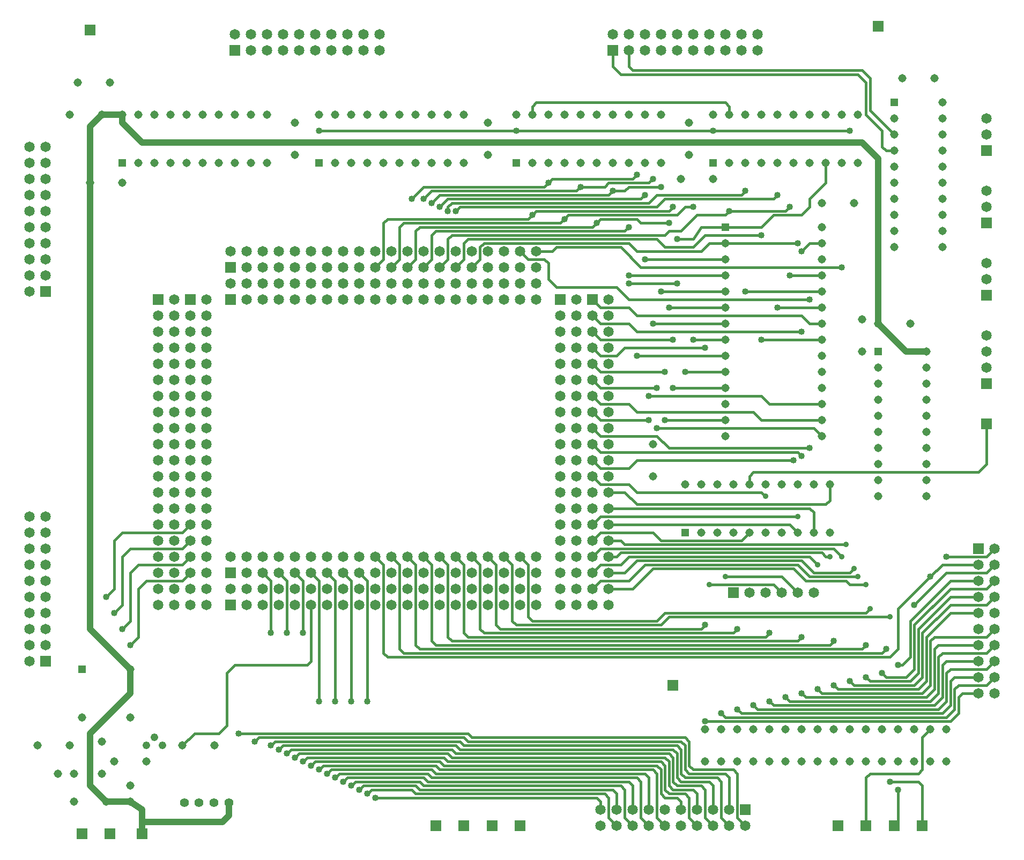
<source format=gtl>
G04 Output by ViewMate Deluxe V11.0.9  PentaLogix LLC*
G04 Sun Jun 14 09:31:16 2015*
%FSLAX33Y33*%
%MOMM*%
%IPPOS*%
%ADD16C,1.209*%
%ADD17C,0.4064*%
%ADD20C,1.016*%
%ADD119R,1.651X1.651*%
%ADD120C,1.651*%
%ADD121R,1.8009X1.8009*%
%ADD122C,1.3081*%
%ADD123R,1.3081X1.3081*%
%ADD124C,1.4224*%
%ADD125C,0.9068*%
%ADD126C,1.016*%

%LPD*%
X0Y0D2*D17*G1X35878Y55562D2*X34608Y54292D1*X35878Y58102D2*X34608Y56832D1*X25082Y56832*X23812Y55562*X23812Y47942*X22542Y46672*X23812Y44132D2*X25082Y45402D1*X25082Y53022*X26352Y54292*X34608Y54292*X35878Y50482D2*X34608Y49212D1*X28892Y49212*X27622Y47942*X27622Y40322*X26352Y39052*X25082Y41592D2*X26352Y42862D1*X26352Y50482*X27622Y51752*X34608Y51752*X35878Y53022*X162878Y54292D2*X161608Y53022D1*X155258Y53022*X120332Y49848D2*X129222Y49848D1*X131762Y47308*X129222Y47308D2*X127952Y48578D1*X117792Y48578*X101918Y63182D2*X104458Y63182D1*X106362Y61278*X136208Y61278*X136842Y64452D2*X136842Y61912D1*X136208Y61278*X101918Y60642D2*X133668Y60642D1*X100648Y51752D2*X99378Y50482D1*X101918Y50482D2*X104458Y50482D1*X106362Y52388*X132398Y52388*X134302Y50482*X142558Y48578D2*X140018Y48578D1*X139382Y49212*X133032Y49212*X131128Y51118*X108902Y51118*X105728Y47942*X101918Y47942*X99378Y47942D2*X100648Y49212D1*X105092Y49212*X107632Y51752*X131762Y51752*X133668Y49848*X141288Y49848*X140652Y51118D2*X140018Y50482D1*X134302Y50482*X134938Y51752D2*X133668Y53022D1*X105092Y53022*X103822Y51752*X100648Y51752*X101918Y53022D2*X103188Y53022D1*X103822Y53658*X135572Y53658*X136842Y53022D2*X136208Y53022D1*X135572Y53658*X134302Y56832D2*X134302Y60008D1*X133668Y60642*X131762Y59372D2*X100648Y59372D1*X99378Y58102*X100648Y56832D2*X99378Y55562D1*X101918Y58102D2*X130492Y58102D1*X131762Y56832*X124142Y64452D2*X124142Y65722D1*X124778Y66358*X160338Y66358*X161608Y67628*X161608Y73978*X105728Y129858D2*X105092Y130492D1*X105092Y133032*X102552Y133032D2*X102552Y130492D1*X103822Y129222*X141288Y129222*X142558Y127952*X142558Y122872*X145098Y120332*X147002Y117158D2*X145732Y117158D1*X145098Y117792*X145098Y120332*X147002Y119698D2*X143192Y123508D1*X143192Y128588*X141922Y129858*X105728Y129858*X120968Y122872D2*X120968Y124142D1*X120332Y124778*X90488Y124778*X89852Y124142*X89852Y122872*X71438Y100012D2*X70168Y98742D1*X72708Y109538D2*X73978Y110808D1*X96838Y110808*X97472Y111442*X101282Y111442*X101918Y112078*X106362Y106362D2*X100648Y106362D1*X100012Y105728*X99378Y105092*X72072Y105092*X71438Y104458*X71438Y100012*X73978Y100012D2*X72708Y98742D1*X79058Y100012D2*X77788Y98742D1*X89218Y100012D2*X87948Y101282D1*X100648Y87312D2*X99378Y88582D1*X100648Y82232D2*X99378Y83502D1*X100648Y77152D2*X99378Y78422D1*X100648Y72072D2*X99378Y73342D1*X120332Y74612D2*X110808Y74612D1*X126048Y87312D2*X135572Y87312D1*X135572Y94932D2*X123508Y94932D1*X130492Y97472D2*X135572Y97472D1*X135572Y92392D2*X128588Y92392D1*X133668Y93662D2*X105092Y93662D1*X103188Y95568*X93662Y95568*X92392Y96838*X92392Y99378*X91758Y100012*X89218Y100012*X90488Y101282D2*X93028Y101282D1*X93662Y101918*X103822Y101918*X106998Y98742*X138748Y98742*X135572Y102552D2*X133668Y102552D1*X132398Y101282*X120332Y102552D2*X131762Y102552D1*X120332Y105092D2*X126048Y105092D1*X113348Y104458D2*X115888Y106998D1*X111442Y105728D2*X106998Y105728D1*X106362Y106362*X105092Y105092D2*X104458Y104458D1*X74612Y104458*X73978Y103822*X73978Y100012*X75248Y98742D2*X76518Y100012D1*X76518Y103188*X77152Y103822*X110808Y103822*X111442Y104458*X113348Y104458*X112712Y103188D2*X115252Y103188D1*X116522Y105092*X120332Y105092*X120968Y107632D2*X120332Y106998D1*X115888Y106998*X115252Y108268D2*X113982Y108268D1*X112712Y106998*X95568Y106998*X94932Y106362*X94298Y105728*X69532Y105728*X68898Y105092*X68898Y100012*X67628Y98742*X65088Y98742D2*X66358Y100012D1*X66358Y105728*X66992Y106362*X89218Y106362*X89852Y106998*X90488Y107632*X111442Y107632*X112078Y108268*X108902Y112712D2*X108268Y112078D1*X101918Y112078*X105092Y111442D2*X104458Y110808D1*X102552Y110808*X101918Y110172*X75248Y110172*X73978Y108902*X75248Y108268D2*X76518Y109538D1*X106998Y109538*X107632Y110172*X109538Y110172D2*X108268Y108902D1*X77152Y108902*X76518Y108268*X76518Y107632*X77788Y107632D2*X78422Y108268D1*X109538Y108268*X110808Y109538*X127952Y109538*X128588Y110172*X130492Y108268D2*X129858Y107632D1*X120968Y107632*X123508Y110808D2*X122872Y110172D1*X109538Y110172*X105092Y111442D2*X110172Y111442D1*X106362Y113348D2*X105728Y112712D1*X93028Y112712*X92392Y112078*X91758Y111442*X72708Y111442*X70802Y109538*X56198Y120332D2*X87312Y120332D1*X118428Y120332*X140018Y120332*X136208Y115252D2*X136208Y112078D1*X133668Y109538*X133668Y108268*X132398Y106998*X127952Y106998*X126048Y105092*X126048Y103822D2*X117158Y103822D1*X115252Y101918*X110808Y101918*X109538Y103188*X79692Y103188*X79058Y102552*X79058Y100012*X80328Y98742D2*X81598Y100012D1*X81598Y101918*X82232Y102552*X105092Y102552*X106362Y101282*X116522Y101282*X117792Y102552*X120332Y102552*X107632Y100012D2*X120332Y100012D1*X105092Y96202D2*X112712Y96202D1*X120332Y97472D2*X105092Y97472D1*X110172Y94932D2*X120332Y94932D1*X120332Y92392D2*X111442Y92392D1*X108902Y89852D2*X120332Y89852D1*X106362Y88582D2*X105092Y89852D1*X100648Y89852*X99378Y91122*X99378Y93662D2*X100648Y92392D1*X105092Y92392*X106362Y91122*X132398Y91122*X133668Y89852*X135572Y89852*X106362Y88582D2*X132398Y88582D1*X120332Y84772D2*X106362Y84772D1*X115252Y87312D2*X120332Y87312D1*X100648Y87312D2*X112078Y87312D1*X99378Y86042D2*X100648Y84772D1*X103188Y84772*X104458Y86042*X117158Y86042*X120332Y82232D2*X113982Y82232D1*X112078Y79692D2*X120332Y79692D1*X100648Y82232D2*X110808Y82232D1*X99378Y80962D2*X100648Y79692D1*X109538Y79692*X108268Y78422D2*X126048Y78422D1*X127318Y77152*X135572Y77152*X135572Y74612D2*X126048Y74612D1*X124778Y75882*X106362Y75882*X105092Y77152*X100648Y77152*X99378Y75882D2*X100648Y74612D1*X108268Y74612*X109538Y73342D2*X134302Y73342D1*X135572Y72072*X133668Y70168D2*X111442Y70168D1*X109538Y72072*X100648Y72072*X99378Y70802D2*X100648Y69532D1*X131762Y69532*X132398Y68898*X131128Y68262D2*X106362Y68262D1*X105092Y66992*X100648Y66992*X99378Y68262*X99378Y65722D2*X100648Y64452D1*X105092Y64452*X106362Y63182*X126048Y63182*X126682Y62548*X124142Y56832D2*X122872Y55562D1*X110172Y55562*X108902Y56832*X100648Y56832*X101918Y55562D2*X103822Y55562D1*X104458Y54928*X139382Y54928*X138748Y53022D2*X137478Y54292D1*X100648Y54292*X99378Y53022*X87948Y53022D2*X89218Y51752D1*X89218Y43498*X89852Y42862*X109538Y42862*X110808Y44132*X142558Y44132*X143192Y44768*X150812Y17462D2*X151448Y16828D1*X151448Y10478*X147002Y10478D2*X147638Y11112D1*X147638Y16192*X150812Y17462D2*X146368Y17462D1*X160338Y31432D2*X157798Y31432D1*X157162Y30798*X152718Y25718D2*X151448Y24448D1*X151448Y19368*X150812Y18732*X143192Y18732*X142558Y18098*X142558Y10478*X120968Y13018D2*X120968Y18098D1*X120332Y18732*X114618Y18732*X113982Y19368*X113982Y24448D2*X80328Y24448D1*X79692Y25082*X43498Y25082*X46038Y23812D2*X46672Y24448D1*X79058Y24448*X79692Y23812*X113348Y23812*X113982Y23178*X113982Y19368*X100648Y13018D2*X100648Y14288D1*X100012Y14922*X65088Y14922*X63818Y15558D2*X64452Y16192D1*X70802Y16192*X71438Y15558*X101282Y15558*X101918Y14922*X101918Y11748*X103188Y10478*X103188Y13018D2*X103188Y15558D1*X102552Y16192*X72072Y16192*X71438Y16828*X63182Y16828*X62548Y16192*X61278Y16828D2*X61912Y17462D1*X72072Y17462*X72708Y16828*X103822Y16828*X104458Y16192*X104458Y11748*X105728Y10478*X105728Y13018D2*X105728Y16828D1*X105092Y17462*X73342Y17462*X72708Y18098*X60642Y18098*X60008Y17462*X58738Y18098D2*X59372Y18732D1*X73342Y18732*X73978Y18098*X106362Y18098*X106998Y17462*X106998Y11748*X108268Y10478*X108268Y13018D2*X108268Y18098D1*X107632Y18732*X74612Y18732*X73978Y19368*X58102Y19368*X57468Y18732*X56198Y19368D2*X56832Y20002D1*X74612Y20002*X75248Y19368*X108902Y19368*X109538Y18732*X109538Y11748*X110808Y10478*X113348Y13018D2*X113348Y14288D1*X112712Y14922*X110808Y14922*X110172Y15558*X110172Y19368*X109538Y20002*X75882Y20002*X75248Y20638*X55562Y20638*X54928Y20002*X53658Y20638D2*X54292Y21272D1*X75882Y21272*X76518Y20638*X110172Y20638*X110808Y20002*X110808Y16192*X111442Y15558*X113982Y15558*X114618Y14922*X114618Y11748*X115888Y10478*X115888Y13018D2*X115888Y15558D1*X115252Y16192*X112078Y16192*X111442Y16828*X111442Y20638*X110808Y21272*X77152Y21272*X76518Y21908*X53022Y21908*X52388Y21272*X51118Y21908D2*X51752Y22542D1*X77152Y22542*X77788Y21908*X111442Y21908*X112078Y21272*X112078Y17462*X112712Y16828*X116522Y16828*X117158Y16192*X117158Y11748*X118428Y10478*X118428Y13018D2*X118428Y16828D1*X117792Y17462*X113348Y17462*X112712Y18098*X112712Y21908*X112078Y22542*X78422Y22542*X77788Y23178*X50482Y23178*X49848Y22542*X48578Y23178D2*X49212Y23812D1*X78422Y23812*X79058Y23178*X112712Y23178*X113348Y22542*X113348Y18732*X113982Y18098*X119062Y18098*X119698Y17462*X119698Y11748*X120968Y10478*X123508Y10478D2*X122238Y11748D1*X122238Y18732*X121602Y19368*X115252Y19368*X114618Y20002*X114618Y23812*X113982Y24448*X117158Y26988D2*X155892Y26988D1*X157162Y28258*X157162Y30798*X147638Y35878D2*X148272Y35878D1*X149542Y37148*X149542Y42862*X146368Y43498D2*X111442Y43498D1*X110172Y42228*X87312Y42228*X86678Y42862*X86678Y51752*X85408Y53022*X82868Y53022D2*X84138Y51752D1*X84138Y42228*X84772Y41592*X116522Y41592*X117158Y42228*X122238Y41592D2*X121602Y40958D1*X82232Y40958*X81598Y41592*X81598Y51752*X80328Y53022*X77788Y53022D2*X79058Y51752D1*X79058Y40958*X79692Y40322*X126682Y40322*X127318Y40958*X132398Y40322D2*X131762Y39688D1*X77152Y39688*X76518Y40322*X76518Y51752*X75248Y53022*X72708Y53022D2*X73978Y51752D1*X73978Y39688*X74612Y39052*X136842Y39052*X137478Y39688*X142558Y39052D2*X141922Y38418D1*X72072Y38418*X71438Y39052*X71438Y51752*X70168Y53022*X67628Y53022D2*X68898Y51752D1*X68898Y38418*X69532Y37782*X145098Y37782*X145732Y38418*X142558Y33972D2*X143192Y33338D1*X137478Y32702D2*X138112Y32068D1*X132398Y31432D2*X133032Y30798D1*X127318Y30162D2*X127952Y29528D1*X122238Y28892D2*X122872Y28258D1*X119698Y28258D2*X120332Y27622D1*X155258Y27622*X156528Y28892*X156528Y32068*X157162Y32702*X161608Y32702*X162878Y33972*X160338Y33972D2*X156528Y33972D1*X155892Y33338*X155892Y29528*X154622Y28258*X122872Y28258*X124778Y29528D2*X125412Y28892D1*X153988Y28892*X155258Y30162*X155258Y34608*X155892Y35242*X161608Y35242*X162878Y36512*X160338Y36512D2*X155258Y36512D1*X154622Y35878*X154622Y30798*X153352Y29528*X127952Y29528*X129858Y30798D2*X130492Y30162D1*X152718Y30162*X153988Y31432*X153988Y37148*X154622Y37782*X161608Y37782*X162878Y39052*X160338Y39052D2*X153988Y39052D1*X153352Y38418*X153352Y32068*X152082Y30798*X133032Y30798*X134938Y32068D2*X135572Y31432D1*X151448Y31432*X152718Y32702*X152718Y39688*X153352Y40322*X161608Y40322*X162878Y41592*X160338Y44132D2*X155892Y44132D1*X152082Y40322*X152082Y33338*X150812Y32068*X138112Y32068*X140018Y33338D2*X140652Y32702D1*X150178Y32702*X151448Y33972*X151448Y40958*X155892Y45402*X161608Y45402*X162878Y46672*X160338Y46672D2*X155892Y46672D1*X150812Y41592*X150812Y34608*X149542Y33338*X143192Y33338*X145098Y34608D2*X145732Y33972D1*X148908Y33972*X150178Y35242*X150178Y42228*X155892Y47942*X161608Y47942*X162878Y49212*X160338Y49212D2*X155892Y49212D1*X149542Y42862*X150178Y45402D2*X155258Y50482D1*X161608Y50482*X162878Y51752*X160338Y51752D2*X154622Y51752D1*X152718Y49848*X147638Y44768*X147638Y38418*X146368Y37148*X66992Y37148*X66358Y37782*X66358Y51752*X65088Y53022*X62548Y50482D2*X63818Y49212D1*X63818Y30162*X61278Y30162D2*X61278Y49212D1*X60008Y50482*X57468Y50482D2*X58738Y49212D1*X58738Y30162*X56198Y30162D2*X56198Y49212D1*X54928Y50482*X53658Y49212D2*X53658Y40958D1*X51118Y40958D2*X51118Y49212D1*X48578Y40958D2*X48578Y49212D1*X47308Y50482*X51118Y49212D2*X49848Y50482D1*X53658Y49212D2*X52388Y50482D1*X54928Y45402D2*X54928Y36512D1*X54292Y35878*X42862Y35878*X41592Y34608*X41592Y26352*X40322Y25082*X36512Y25082*X34608Y23178*D126*X148908Y85408D2*X152082Y85408D1*X28258Y11112D2*X28258Y9208D1*X41923Y14135D2*X41923Y12078D1*X40958Y11112*X28258Y11112*X28258Y13018*X26352Y14288*X22542Y14288*X20002Y16828*X20002Y25082*X26352Y31432*X26352Y35242*X20002Y41592*X20002Y112078*X20002Y120968*X21908Y122872*X25082Y122872*X25082Y121602*X28258Y118428*X141922Y118428*X144462Y115888*X144462Y89852*X148908Y85408*D16*X28892Y23178D3*X30162Y24448D3*X31432Y23178D3*D20*X140018Y120332D3*X126048Y103822D3*X118428Y120332D3*X87312Y120332D3*X56198Y120332D3*X70802Y109538D3*X72708Y109538D3*X73978Y108902D3*X75248Y108268D3*X76518Y107632D3*X77788Y107632D3*X89852Y106998D3*X92392Y112078D3*X97472Y111442D3*X102552Y110808D3*X106362Y113348D3*X108902Y112712D3*X110172Y111442D3*X107632Y110172D3*X105092Y105092D3*X100012Y105728D3*X94932Y106362D3*X22542Y46672D3*X23812Y44132D3*X25082Y41592D3*X26352Y39052D3*X48578Y40958D3*X51118Y40958D3*X53658Y40958D3*X63818Y30162D3*X61278Y30162D3*X58738Y30162D3*X56198Y30162D3*X43498Y25082D3*X46038Y23812D3*X48578Y23178D3*X49848Y22542D3*X51118Y21908D3*X52388Y21272D3*X53658Y20638D3*X54928Y20002D3*X56198Y19368D3*X57468Y18732D3*X58738Y18098D3*X60008Y17462D3*X61278Y16828D3*X62548Y16192D3*X63818Y15558D3*X65088Y14922D3*X147638Y16192D3*X146368Y17462D3*X117158Y42228D3*X122238Y41592D3*X127318Y40958D3*X142558Y39052D3*X137478Y39688D3*X132398Y40322D3*X117158Y26988D3*X119698Y28258D3*X122238Y28892D3*X124778Y29528D3*X127318Y30162D3*X129858Y30798D3*X132398Y31432D3*X134938Y32068D3*X137478Y32702D3*X140018Y33338D3*X142558Y33972D3*X145098Y34608D3*X147638Y35878D3*X145732Y38418D3*X150178Y45402D3*X155258Y53022D3*X152718Y49848D3*X131128Y68262D3*X132398Y68898D3*X133668Y70168D3*X126048Y87312D3*X132398Y88582D3*X128588Y92392D3*X123508Y94932D3*X112712Y96202D3*X106362Y84772D3*X110808Y82232D3*X110808Y74612D3*X109538Y73342D3*X108268Y74612D3*X108268Y78422D3*X109538Y79692D3*X112078Y79692D3*X113982Y82232D3*X117158Y86042D3*X115252Y87312D3*X112078Y87312D3*X108902Y89852D3*X111442Y92392D3*X110172Y94932D3*X105092Y96202D3*X105092Y97472D3*X107632Y100012D3*X112712Y103188D3*X111442Y105728D3*X112078Y108268D3*X115252Y108268D3*X120968Y107632D3*X123508Y110808D3*X128588Y110172D3*X130492Y108268D3*X131762Y102552D3*X132398Y101282D3*X130492Y97472D3*X133668Y93662D3*X138748Y98742D3*D119*X123508Y13018D3*X121602Y47308D3*X160338Y54292D3*X161608Y80328D3*X161608Y94298D3*X161608Y105728D3*X161608Y117158D3*X102552Y133032D3*X99378Y93662D3*X94298Y93662D3*X42862Y133032D3*X13018Y94932D3*X30798Y93662D3*X35878Y93662D3*X42228Y98742D3*X42228Y93662D3*X42228Y50482D3*X42228Y45402D3*X13018Y36512D3*D120*X10478Y36512D3*X10478Y39052D3*X13018Y39052D3*X13018Y41592D3*X10478Y41592D3*X10478Y46672D3*X10478Y44132D3*X13018Y44132D3*X13018Y46672D3*X13018Y49212D3*X10478Y49212D3*X10478Y51752D3*X13018Y51752D3*X13018Y56832D3*X13018Y54292D3*X10478Y54292D3*X10478Y56832D3*X10478Y59372D3*X13018Y59372D3*X62548Y98742D3*X65088Y98742D3*X65088Y101282D3*X62548Y101282D3*X57468Y101282D3*X60008Y101282D3*X60008Y98742D3*X57468Y98742D3*X52388Y98742D3*X54928Y98742D3*X54928Y101282D3*X52388Y101282D3*X47308Y101282D3*X49848Y101282D3*X49848Y98742D3*X47308Y98742D3*X44768Y98742D3*X44768Y101282D3*X42228Y101282D3*X33338Y93662D3*X10478Y94932D3*X10478Y97472D3*X13018Y97472D3*X13018Y100012D3*X10478Y100012D3*X10478Y105092D3*X10478Y102552D3*X13018Y102552D3*X13018Y105092D3*X13018Y107632D3*X10478Y107632D3*X10478Y110172D3*X13018Y110172D3*X13018Y115252D3*X13018Y112712D3*X10478Y112712D3*X10478Y115252D3*X10478Y117792D3*X13018Y117792D3*X42862Y135572D3*X45402Y133032D3*X45402Y135572D3*X47942Y135572D3*X47942Y133032D3*X50482Y133032D3*X50482Y135572D3*X53022Y135572D3*X53022Y133032D3*X55562Y133032D3*X55562Y135572D3*X58102Y135572D3*X58102Y133032D3*X60642Y133032D3*X60642Y135572D3*X63182Y135572D3*X63182Y133032D3*X65722Y133032D3*X65722Y135572D3*X102552Y135572D3*X105092Y135572D3*X105092Y133032D3*X107632Y133032D3*X107632Y135572D3*X110172Y135572D3*X110172Y133032D3*X112712Y133032D3*X112712Y135572D3*X115252Y135572D3*X115252Y133032D3*X117792Y133032D3*X117792Y135572D3*X120332Y135572D3*X120332Y133032D3*X122872Y133032D3*X122872Y135572D3*X125412Y135572D3*X125412Y133032D3*X161608Y122238D3*X161608Y119698D3*X161608Y110808D3*X161608Y108268D3*X161608Y99378D3*X161608Y96838D3*X161608Y87948D3*X161608Y85408D3*X161608Y82868D3*X162878Y31432D3*X160338Y31432D3*X160338Y33972D3*X162878Y33972D3*X162878Y39052D3*X162878Y36512D3*X160338Y36512D3*X160338Y39052D3*X160338Y41592D3*X162878Y41592D3*X162878Y54292D3*X162878Y51752D3*X160338Y51752D3*X160338Y49212D3*X162878Y49212D3*X162878Y46672D3*X162878Y44132D3*X160338Y44132D3*X160338Y46672D3*X134302Y47308D3*X131762Y47308D3*X129222Y47308D3*X126682Y47308D3*X124142Y47308D3*X77788Y53022D3*X75248Y53022D3*X75248Y50482D3*X77788Y50482D3*X82868Y50482D3*X80328Y50482D3*X80328Y53022D3*X82868Y53022D3*X87948Y53022D3*X85408Y53022D3*X85408Y50482D3*X87948Y50482D3*X90488Y50482D3*X90488Y53022D3*X96838Y70802D3*X94298Y70802D3*X94298Y65722D3*X94298Y68262D3*X96838Y68262D3*X96838Y65722D3*X96838Y63182D3*X94298Y63182D3*X94298Y60642D3*X96838Y60642D3*X101918Y60642D3*X99378Y60642D3*X99378Y63182D3*X101918Y63182D3*X101918Y68262D3*X101918Y65722D3*X99378Y65722D3*X99378Y68262D3*X99378Y70802D3*X101918Y70802D3*X101918Y80962D3*X99378Y80962D3*X99378Y78422D3*X101918Y78422D3*X101918Y75882D3*X101918Y73342D3*X99378Y73342D3*X99378Y75882D3*X96838Y75882D3*X96838Y73342D3*X94298Y73342D3*X94298Y75882D3*X94298Y78422D3*X96838Y78422D3*X96838Y80962D3*X94298Y80962D3*X90488Y101282D3*X90488Y98742D3*X96838Y93662D3*X101918Y93662D3*X101918Y91122D3*X99378Y91122D3*X99378Y88582D3*X101918Y88582D3*X101918Y86042D3*X101918Y83502D3*X99378Y83502D3*X99378Y86042D3*X96838Y86042D3*X96838Y83502D3*X94298Y83502D3*X94298Y86042D3*X94298Y88582D3*X96838Y88582D3*X96838Y91122D3*X94298Y91122D3*X90488Y93662D3*X90488Y96202D3*X87948Y96202D3*X87948Y93662D3*X85408Y93662D3*X85408Y96202D3*X85408Y98742D3*X87948Y98742D3*X87948Y101282D3*X85408Y101282D3*X82868Y101282D3*X80328Y101282D3*X80328Y98742D3*X82868Y98742D3*X82868Y96202D3*X82868Y93662D3*X80328Y93662D3*X80328Y96202D3*X77788Y96202D3*X77788Y93662D3*X75248Y93662D3*X75248Y96202D3*X75248Y98742D3*X77788Y98742D3*X77788Y101282D3*X75248Y101282D3*X72708Y101282D3*X70168Y101282D3*X67628Y101282D3*X67628Y98742D3*X70168Y98742D3*X72708Y98742D3*X72708Y96202D3*X72708Y93662D3*X70168Y93662D3*X70168Y96202D3*X67628Y96202D3*X67628Y93662D3*X65088Y93662D3*X65088Y96202D3*X62548Y96202D3*X62548Y93662D3*X60008Y93662D3*X60008Y96202D3*X57468Y96202D3*X57468Y93662D3*X54928Y93662D3*X54928Y96202D3*X52388Y96202D3*X52388Y93662D3*X49848Y93662D3*X49848Y96202D3*X47308Y96202D3*X47308Y93662D3*X44768Y93662D3*X44768Y96202D3*X42228Y96202D3*X38418Y93662D3*X38418Y91122D3*X38418Y88582D3*X35878Y80962D3*X33338Y80962D3*X33338Y78422D3*X35878Y78422D3*X35878Y73342D3*X35878Y75882D3*X33338Y75882D3*X33338Y73342D3*X33338Y70802D3*X35878Y70802D3*X35878Y65722D3*X35878Y68262D3*X33338Y68262D3*X33338Y65722D3*X33338Y63182D3*X35878Y63182D3*X35878Y60642D3*X33338Y60642D3*X33338Y55562D3*X33338Y58102D3*X35878Y58102D3*X35878Y55562D3*X35878Y53022D3*X33338Y53022D3*X33338Y50482D3*X35878Y50482D3*X38418Y50482D3*X38418Y53022D3*X38418Y55562D3*X38418Y58102D3*X38418Y60642D3*X38418Y63182D3*X38418Y65722D3*X38418Y68262D3*X38418Y70802D3*X38418Y73342D3*X38418Y75882D3*X38418Y78422D3*X38418Y80962D3*X38418Y83502D3*X38418Y86042D3*X35878Y86042D3*X35878Y83502D3*X33338Y83502D3*X33338Y86042D3*X33338Y88582D3*X35878Y88582D3*X35878Y91122D3*X33338Y91122D3*X30798Y91122D3*X30798Y88582D3*X30798Y86042D3*X30798Y83502D3*X30798Y80962D3*X30798Y78422D3*X30798Y75882D3*X30798Y73342D3*X30798Y70802D3*X30798Y68262D3*X30798Y65722D3*X30798Y63182D3*X30798Y60642D3*X30798Y58102D3*X30798Y55562D3*X30798Y53022D3*X30798Y50482D3*X30798Y47942D3*X30798Y45402D3*X33338Y45402D3*X33338Y47942D3*X35878Y47942D3*X35878Y45402D3*X38418Y45402D3*X38418Y47942D3*X42228Y47942D3*X44768Y45402D3*X44768Y47942D3*X44768Y50482D3*X42228Y53022D3*X44768Y53022D3*X47308Y53022D3*X49848Y53022D3*X49848Y50482D3*X47308Y50482D3*X47308Y47942D3*X47308Y45402D3*X49848Y45402D3*X49848Y47942D3*X52388Y47942D3*X52388Y45402D3*X54928Y45402D3*X54928Y47942D3*X54928Y50482D3*X52388Y50482D3*X52388Y53022D3*X54928Y53022D3*X57468Y53022D3*X60008Y53022D3*X60008Y50482D3*X57468Y50482D3*X57468Y47942D3*X57468Y45402D3*X60008Y45402D3*X60008Y47942D3*X62548Y47942D3*X62548Y45402D3*X65088Y45402D3*X65088Y47942D3*X65088Y50482D3*X62548Y50482D3*X62548Y53022D3*X65088Y53022D3*X67628Y53022D3*X70168Y53022D3*X72708Y53022D3*X72708Y50482D3*X70168Y50482D3*X67628Y50482D3*X67628Y47942D3*X67628Y45402D3*X70168Y45402D3*X70168Y47942D3*X72708Y47942D3*X72708Y45402D3*X75248Y45402D3*X75248Y47942D3*X77788Y47942D3*X77788Y45402D3*X80328Y45402D3*X80328Y47942D3*X82868Y47942D3*X82868Y45402D3*X85408Y45402D3*X85408Y47942D3*X87948Y47942D3*X87948Y45402D3*X90488Y45402D3*X90488Y47942D3*X96838Y47942D3*X96838Y45402D3*X94298Y45402D3*X94298Y47942D3*X94298Y50482D3*X96838Y50482D3*X96838Y53022D3*X94298Y53022D3*X94298Y55562D3*X94298Y58102D3*X96838Y58102D3*X96838Y55562D3*X99378Y55562D3*X99378Y58102D3*X101918Y58102D3*X101918Y55562D3*X101918Y53022D3*X99378Y53022D3*X99378Y50482D3*X101918Y50482D3*X101918Y45402D3*X101918Y47942D3*X99378Y47942D3*X99378Y45402D3*X100648Y13018D3*X100648Y10478D3*X103188Y10478D3*X103188Y13018D3*X105728Y13018D3*X105728Y10478D3*X108268Y10478D3*X108268Y13018D3*X110808Y13018D3*X110808Y10478D3*X113348Y10478D3*X113348Y13018D3*X115888Y13018D3*X115888Y10478D3*X118428Y10478D3*X118428Y13018D3*X120968Y13018D3*X120968Y10478D3*X123508Y10478D3*D121*X20002Y136208D3*X144462Y136842D3*X161608Y73978D3*X151448Y10478D3*X147002Y10478D3*X142558Y10478D3*X138112Y10478D3*X112078Y32702D3*X87948Y10478D3*X83502Y10478D3*X79058Y10478D3*X74612Y10478D3*X28258Y9208D3*X23178Y9208D3*X18732Y9208D3*D122*X26352Y35242D3*X26352Y27622D3*X11748Y23178D3*X17462Y14288D3*X14922Y18732D3*X17462Y18732D3*X16828Y23178D3*X18732Y27622D3*X21908Y23812D3*X23812Y20638D3*X21908Y18732D3*X22542Y14288D3*X26352Y14288D3*X26352Y16828D3*X28892Y20638D3*X34608Y23178D3*X39688Y23178D3*X137478Y25718D3*X140018Y25718D3*X142558Y25718D3*X145098Y25718D3*X147638Y25718D3*X150178Y25718D3*X152718Y25718D3*X155258Y25718D3*X155258Y20638D3*X152718Y20638D3*X150178Y20638D3*X147638Y20638D3*X145098Y20638D3*X142558Y20638D3*X140018Y20638D3*X137478Y20638D3*X134938Y20638D3*X132398Y20638D3*X129858Y20638D3*X127318Y20638D3*X124778Y20638D3*X122238Y20638D3*X119698Y20638D3*X117158Y20638D3*X117158Y25718D3*X119698Y25718D3*X122238Y25718D3*X124778Y25718D3*X127318Y25718D3*X129858Y25718D3*X132398Y25718D3*X134938Y25718D3*X135572Y72072D3*X135572Y74612D3*X135572Y77152D3*X135572Y79692D3*X135572Y82232D3*X135572Y84772D3*X135572Y87312D3*X135572Y89852D3*X135572Y92392D3*X135572Y94932D3*X135572Y97472D3*X135572Y100012D3*X140652Y108902D3*X135572Y108902D3*X135572Y105092D3*X135572Y102552D3*X120332Y102552D3*X120332Y100012D3*X120332Y97472D3*X120332Y94932D3*X120332Y92392D3*X120332Y89852D3*X120332Y87312D3*X120332Y84772D3*X120332Y82232D3*X120332Y79692D3*X120332Y77152D3*X120332Y74612D3*X120332Y72072D3*X116522Y56832D3*X119062Y56832D3*X121602Y56832D3*X124142Y56832D3*X126682Y56832D3*X129222Y56832D3*X131762Y56832D3*X134302Y56832D3*X136842Y56832D3*X152082Y62548D3*X152082Y65088D3*X152082Y67628D3*X152082Y70168D3*X152082Y72708D3*X152082Y75248D3*X152082Y77788D3*X152082Y80328D3*X152082Y82868D3*X152082Y85408D3*X149542Y89852D3*X144462Y89852D3*X141922Y90488D3*X141922Y85408D3*X144462Y82868D3*X144462Y80328D3*X144462Y77788D3*X144462Y75248D3*X144462Y72708D3*X144462Y70168D3*X144462Y67628D3*X144462Y62548D3*X144462Y65088D3*X136842Y64452D3*X134302Y64452D3*X131762Y64452D3*X129222Y64452D3*X126682Y64452D3*X124142Y64452D3*X121602Y64452D3*X119062Y64452D3*X116522Y64452D3*X113982Y64452D3*X108902Y65722D3*X108902Y70802D3*X16828Y122872D3*X20002Y112078D3*X25082Y112078D3*X27622Y115252D3*X30162Y115252D3*X32702Y115252D3*X35242Y115252D3*X37782Y115252D3*X40322Y115252D3*X42862Y115252D3*X45402Y115252D3*X47942Y115252D3*X52388Y116522D3*X58738Y115252D3*X61278Y115252D3*X63818Y115252D3*X66358Y115252D3*X68898Y115252D3*X71438Y115252D3*X73978Y115252D3*X76518Y115252D3*X79058Y115252D3*X82868Y116522D3*X89852Y115252D3*X92392Y115252D3*X94932Y115252D3*X97472Y115252D3*X100012Y115252D3*X102552Y115252D3*X105092Y115252D3*X107632Y115252D3*X110172Y115252D3*X113348Y112712D3*X114618Y116522D3*X118428Y112712D3*X120968Y115252D3*X123508Y115252D3*X126048Y115252D3*X128588Y115252D3*X131128Y115252D3*X133668Y115252D3*X136208Y115252D3*X138748Y115252D3*X141288Y115252D3*X148272Y128588D3*X153352Y128588D3*X154622Y124778D3*X154622Y122238D3*X154622Y119698D3*X154622Y117158D3*X154622Y114618D3*X154622Y112078D3*X154622Y109538D3*X154622Y106998D3*X154622Y104458D3*X154622Y101918D3*X147002Y101918D3*X147002Y104458D3*X147002Y106998D3*X147002Y109538D3*X147002Y112078D3*X147002Y114618D3*X147002Y117158D3*X147002Y119698D3*X147002Y122238D3*X141288Y122872D3*X138748Y122872D3*X136208Y122872D3*X133668Y122872D3*X131128Y122872D3*X128588Y122872D3*X126048Y122872D3*X123508Y122872D3*X120968Y122872D3*X118428Y122872D3*X114618Y121602D3*X110172Y122872D3*X107632Y122872D3*X105092Y122872D3*X102552Y122872D3*X100012Y122872D3*X97472Y122872D3*X94932Y122872D3*X92392Y122872D3*X89852Y122872D3*X87312Y122872D3*X82868Y121602D3*X79058Y122872D3*X76518Y122872D3*X73978Y122872D3*X71438Y122872D3*X68898Y122872D3*X66358Y122872D3*X63818Y122872D3*X61278Y122872D3*X58738Y122872D3*X56198Y122872D3*X52388Y121602D3*X47942Y122872D3*X45402Y122872D3*X42862Y122872D3*X40322Y122872D3*X37782Y122872D3*X35242Y122872D3*X32702Y122872D3*X30162Y122872D3*X27622Y122872D3*X25082Y122872D3*X21908Y122872D3*X23178Y127952D3*X18098Y127952D3*D123*X147002Y124778D3*X113982Y56832D3*X144462Y85408D3*X120332Y105092D3*X118428Y115252D3*X87312Y115252D3*X56198Y115252D3*X25082Y115252D3*X18732Y35242D3*D124*X34912Y14135D3*X37249Y14135D3*X39586Y14135D3*X41923Y14135D3*D125*X146368Y43498D3*X143192Y44768D3*X142558Y48578D3*X141288Y49848D3*X140652Y51118D3*X139382Y54928D3*X138748Y53022D3*X134938Y51752D3*X136842Y53022D3*X126682Y62548D3*X131762Y59372D3*X120332Y49848D3*X117792Y48578D3*X0Y0D2*M02*
</source>
